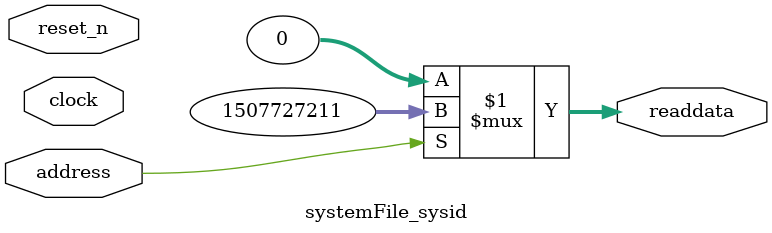
<source format=v>



// synthesis translate_off
`timescale 1ns / 1ps
// synthesis translate_on

// turn off superfluous verilog processor warnings 
// altera message_level Level1 
// altera message_off 10034 10035 10036 10037 10230 10240 10030 

module systemFile_sysid (
               // inputs:
                address,
                clock,
                reset_n,

               // outputs:
                readdata
             )
;

  output  [ 31: 0] readdata;
  input            address;
  input            clock;
  input            reset_n;

  wire    [ 31: 0] readdata;
  //control_slave, which is an e_avalon_slave
  assign readdata = address ? 1507727211 : 0;

endmodule



</source>
